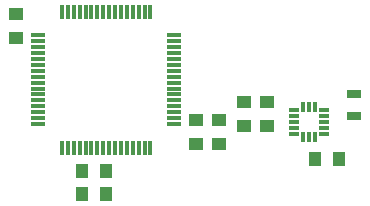
<source format=gbr>
G04 #@! TF.GenerationSoftware,KiCad,Pcbnew,(5.1.4)-1*
G04 #@! TF.CreationDate,2020-11-02T02:01:27-05:00*
G04 #@! TF.ProjectId,remote_racing_pcb,72656d6f-7465-45f7-9261-63696e675f70,rev?*
G04 #@! TF.SameCoordinates,Original*
G04 #@! TF.FileFunction,Paste,Bot*
G04 #@! TF.FilePolarity,Positive*
%FSLAX46Y46*%
G04 Gerber Fmt 4.6, Leading zero omitted, Abs format (unit mm)*
G04 Created by KiCad (PCBNEW (5.1.4)-1) date 2020-11-02 02:01:27*
%MOMM*%
%LPD*%
G04 APERTURE LIST*
%ADD10R,1.200000X0.300000*%
%ADD11R,0.300000X1.200000*%
%ADD12R,1.300000X0.700000*%
%ADD13R,1.250000X1.000000*%
%ADD14R,1.000000X1.250000*%
%ADD15R,0.305000X0.813000*%
%ADD16R,0.813000X0.305000*%
G04 APERTURE END LIST*
D10*
X147355000Y-105985000D03*
X147355000Y-105485000D03*
X147355000Y-104985000D03*
X147355000Y-104485000D03*
X147355000Y-103985000D03*
X147355000Y-103485000D03*
X147355000Y-102985000D03*
X147355000Y-102485000D03*
X147355000Y-101985000D03*
X147355000Y-101485000D03*
X147355000Y-100985000D03*
X147355000Y-100485000D03*
X147355000Y-99985000D03*
X147355000Y-99485000D03*
X147355000Y-98985000D03*
X147355000Y-98485000D03*
D11*
X145355000Y-96485000D03*
X144855000Y-96485000D03*
X144355000Y-96485000D03*
X143855000Y-96485000D03*
X143355000Y-96485000D03*
X142855000Y-96485000D03*
X142355000Y-96485000D03*
X141855000Y-96485000D03*
X141355000Y-96485000D03*
X140855000Y-96485000D03*
X140355000Y-96485000D03*
X139855000Y-96485000D03*
X139355000Y-96485000D03*
X138855000Y-96485000D03*
X138355000Y-96485000D03*
X137855000Y-96485000D03*
D10*
X135855000Y-98485000D03*
X135855000Y-98985000D03*
X135855000Y-99485000D03*
X135855000Y-99985000D03*
X135855000Y-100485000D03*
X135855000Y-100985000D03*
X135855000Y-101485000D03*
X135855000Y-101985000D03*
X135855000Y-102485000D03*
X135855000Y-102985000D03*
X135855000Y-103485000D03*
X135855000Y-103985000D03*
X135855000Y-104485000D03*
X135855000Y-104985000D03*
X135855000Y-105485000D03*
D11*
X137855000Y-107985000D03*
X138355000Y-107985000D03*
X138855000Y-107985000D03*
X139355000Y-107985000D03*
X139855000Y-107985000D03*
X140355000Y-107985000D03*
X140855000Y-107985000D03*
X141355000Y-107985000D03*
X141855000Y-107985000D03*
X142355000Y-107985000D03*
X142855000Y-107985000D03*
X143355000Y-107985000D03*
X143855000Y-107985000D03*
X144355000Y-107985000D03*
X144855000Y-107985000D03*
X145355000Y-107985000D03*
D10*
X135855000Y-105985000D03*
D12*
X162560000Y-105344000D03*
X162560000Y-103444000D03*
D13*
X151130000Y-107680000D03*
X151130000Y-105680000D03*
D14*
X139589000Y-109982000D03*
X141589000Y-109982000D03*
D13*
X149225000Y-107680000D03*
X149225000Y-105680000D03*
D14*
X139589000Y-111887000D03*
X141589000Y-111887000D03*
D13*
X133985000Y-96663000D03*
X133985000Y-98663000D03*
D14*
X159290000Y-108966000D03*
X161290000Y-108966000D03*
D13*
X155194000Y-106156000D03*
X155194000Y-104156000D03*
X153289000Y-106156000D03*
X153289000Y-104156000D03*
D15*
X158250000Y-107066000D03*
X158750000Y-107066000D03*
X159250000Y-107066000D03*
D16*
X160025000Y-106791000D03*
X160025000Y-106291000D03*
X160025000Y-105791000D03*
X160025000Y-105291000D03*
X160025000Y-104791000D03*
D15*
X159250000Y-104516000D03*
X158750000Y-104516000D03*
X158250000Y-104516000D03*
D16*
X157475000Y-104791000D03*
X157475000Y-105291000D03*
X157475000Y-105791000D03*
X157475000Y-106291000D03*
X157475000Y-106791000D03*
M02*

</source>
